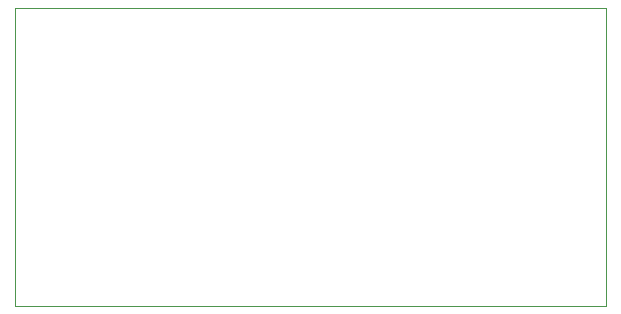
<source format=gm1>
%TF.GenerationSoftware,KiCad,Pcbnew,8.0.2-1*%
%TF.CreationDate,2024-05-20T16:42:59-04:00*%
%TF.ProjectId,humep1,68756d65-7031-42e6-9b69-6361645f7063,rev?*%
%TF.SameCoordinates,Original*%
%TF.FileFunction,Profile,NP*%
%FSLAX46Y46*%
G04 Gerber Fmt 4.6, Leading zero omitted, Abs format (unit mm)*
G04 Created by KiCad (PCBNEW 8.0.2-1) date 2024-05-20 16:42:59*
%MOMM*%
%LPD*%
G01*
G04 APERTURE LIST*
%TA.AperFunction,Profile*%
%ADD10C,0.050000*%
%TD*%
G04 APERTURE END LIST*
D10*
X37500000Y-52500000D02*
X87500000Y-52500000D01*
X87500000Y-77750000D01*
X37500000Y-77750000D01*
X37500000Y-52500000D01*
M02*

</source>
